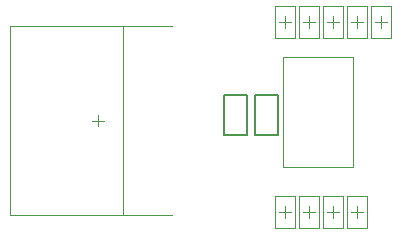
<source format=gbr>
%TF.GenerationSoftware,Altium Limited,Altium Designer,23.4.1 (23)*%
G04 Layer_Color=32768*
%FSLAX26Y26*%
%MOIN*%
%TF.SameCoordinates,58D80696-3D7F-4981-BD36-B6FE397AE5C4*%
%TF.FilePolarity,Positive*%
%TF.FileFunction,Other,Top_Courtyard*%
%TF.Part,Single*%
G01*
G75*
%TA.AperFunction,NonConductor*%
%ADD19C,0.007874*%
%ADD25C,0.003937*%
%ADD26C,0.001968*%
D19*
X1596492Y3540524D02*
X1673508D01*
X1596492Y3406028D02*
Y3540524D01*
Y3406028D02*
X1673508D01*
Y3540524D01*
X1491492D02*
X1568508D01*
X1491492Y3406028D02*
Y3540524D01*
Y3406028D02*
X1568508D01*
Y3540524D01*
D25*
X2015000Y3764804D02*
Y3804174D01*
X1995316Y3784488D02*
X2034686D01*
X1855000Y3764804D02*
Y3804174D01*
X1835316Y3784488D02*
X1874686D01*
X1935000Y3764804D02*
Y3804174D01*
X1915316Y3784488D02*
X1954686D01*
X1775000Y3129804D02*
Y3169174D01*
X1755316Y3149488D02*
X1794686D01*
X1695000Y3129804D02*
Y3169174D01*
X1675316Y3149488D02*
X1714686D01*
X1855000Y3129804D02*
Y3169174D01*
X1835316Y3149488D02*
X1874686D01*
X1915316D02*
X1954686D01*
X1935000Y3129804D02*
Y3169174D01*
X1675316Y3784488D02*
X1714686D01*
X1695000Y3764804D02*
Y3804174D01*
X1775000Y3764804D02*
Y3804174D01*
X1755316Y3784488D02*
X1794686D01*
D26*
X1072480Y3435316D02*
Y3474686D01*
X1052796Y3455000D02*
X1092166D01*
X778386Y3768780D02*
X1320314D01*
X778386Y3141220D02*
Y3768780D01*
Y3141220D02*
X1320314D01*
X1154646D02*
Y3768780D01*
X1920748Y3299212D02*
Y3667322D01*
X1689252Y3299212D02*
X1920748D01*
X1689252D02*
Y3667322D01*
X1920748D01*
X1981536Y3837638D02*
X2048464D01*
X1981536Y3731338D02*
X2048464D01*
Y3837638D01*
X1981536Y3731338D02*
Y3837638D01*
X1821536Y3731338D02*
X1888464D01*
X1821536Y3837638D02*
X1888464D01*
X1821536Y3731338D02*
Y3837638D01*
X1888464Y3731338D02*
Y3837638D01*
X1901536Y3731338D02*
X1968464D01*
X1901536Y3837638D02*
X1968464D01*
X1901536Y3731338D02*
Y3837638D01*
X1968464Y3731338D02*
Y3837638D01*
X1741536Y3096338D02*
X1808464D01*
X1741536Y3202638D02*
X1808464D01*
X1741536Y3096338D02*
Y3202638D01*
X1808464Y3096338D02*
Y3202638D01*
X1661536Y3096338D02*
X1728464D01*
X1661536Y3202638D02*
X1728464D01*
X1661536Y3096338D02*
Y3202638D01*
X1728464Y3096338D02*
Y3202638D01*
X1821536Y3096338D02*
X1888464D01*
X1821536Y3202638D02*
X1888464D01*
X1821536Y3096338D02*
Y3202638D01*
X1888464Y3096338D02*
Y3202638D01*
X1968464Y3096338D02*
Y3202638D01*
X1901536Y3096338D02*
Y3202638D01*
X1968464D01*
X1901536Y3096338D02*
X1968464D01*
X1661536Y3731338D02*
Y3837638D01*
X1728464Y3731338D02*
Y3837638D01*
X1661536Y3731338D02*
X1728464D01*
X1661536Y3837638D02*
X1728464D01*
X1741536Y3731338D02*
X1808464D01*
X1741536Y3837638D02*
X1808464D01*
X1741536Y3731338D02*
Y3837638D01*
X1808464Y3731338D02*
Y3837638D01*
%TF.MD5,f8496a76e6c4a2b916cc36172e0d0af1*%
M02*

</source>
